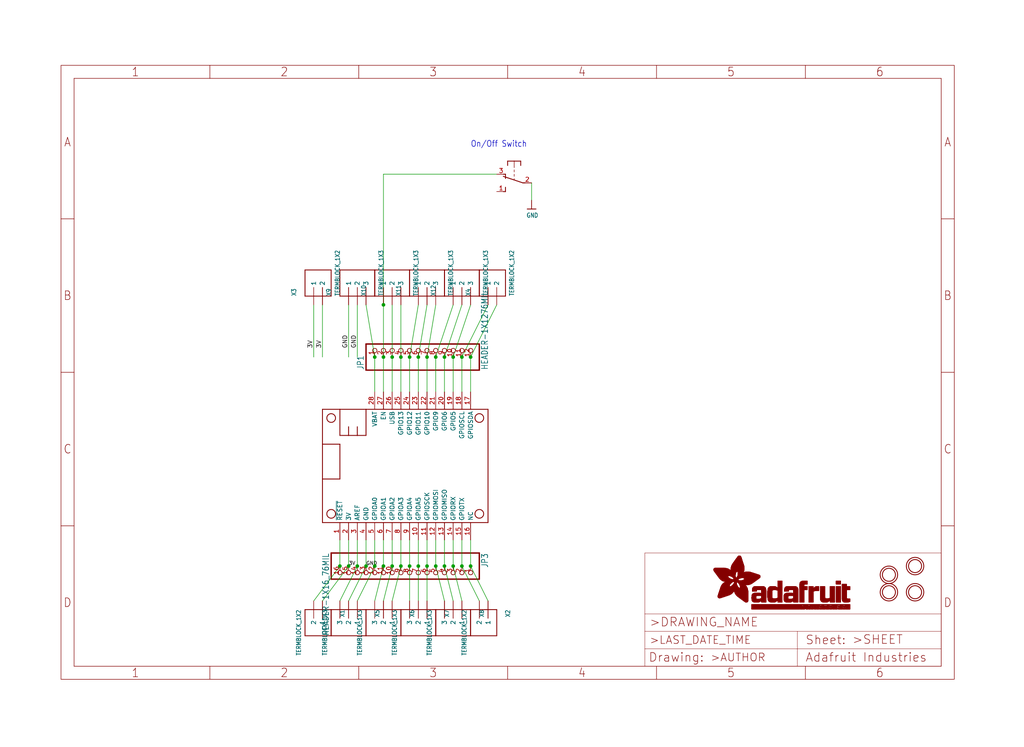
<source format=kicad_sch>
(kicad_sch (version 20211123) (generator eeschema)
  (paper "User" 298.45 217.881)
  (lib_symbols
    (symbol "eagleSchem-eagle-import:FEATHERWING_NODIM"
      (symbol "FEATHERWING_NODIM_1_0"
        (pin input line (at 5.08 -5.08 90) (length 5.08) (name "~{RESET}") (number "1"))
        (pin bidirectional line (at 27.94 -5.08 90) (length 5.08) (name "GPIOA5") (number "10"))
        (pin bidirectional line (at 30.48 -5.08 90) (length 5.08) (name "GPIOSCK") (number "11"))
        (pin bidirectional line (at 33.02 -5.08 90) (length 5.08) (name "GPIOMOSI") (number "12"))
        (pin bidirectional line (at 35.56 -5.08 90) (length 5.08) (name "GPIOMISO") (number "13"))
        (pin bidirectional line (at 38.1 -5.08 90) (length 5.08) (name "GPIORX") (number "14"))
        (pin bidirectional line (at 40.64 -5.08 90) (length 5.08) (name "GPIOTX") (number "15"))
        (pin passive line (at 43.18 -5.08 90) (length 5.08) (name "NC") (number "16"))
        (pin bidirectional line (at 43.18 38.1 270) (length 5.08) (name "GPIOSDA") (number "17"))
        (pin bidirectional line (at 40.64 38.1 270) (length 5.08) (name "GPIOSCL") (number "18"))
        (pin bidirectional line (at 38.1 38.1 270) (length 5.08) (name "GPIO5") (number "19"))
        (pin power_in line (at 7.62 -5.08 90) (length 5.08) (name "3V") (number "2"))
        (pin bidirectional line (at 35.56 38.1 270) (length 5.08) (name "GPIO6") (number "20"))
        (pin bidirectional line (at 33.02 38.1 270) (length 5.08) (name "GPIO9") (number "21"))
        (pin bidirectional line (at 30.48 38.1 270) (length 5.08) (name "GPIO10") (number "22"))
        (pin bidirectional line (at 27.94 38.1 270) (length 5.08) (name "GPIO11") (number "23"))
        (pin bidirectional line (at 25.4 38.1 270) (length 5.08) (name "GPIO12") (number "24"))
        (pin bidirectional line (at 22.86 38.1 270) (length 5.08) (name "GPIO13") (number "25"))
        (pin power_in line (at 20.32 38.1 270) (length 5.08) (name "USB") (number "26"))
        (pin passive line (at 17.78 38.1 270) (length 5.08) (name "EN") (number "27"))
        (pin power_in line (at 15.24 38.1 270) (length 5.08) (name "VBAT") (number "28"))
        (pin passive line (at 10.16 -5.08 90) (length 5.08) (name "AREF") (number "3"))
        (pin power_in line (at 12.7 -5.08 90) (length 5.08) (name "GND") (number "4"))
        (pin bidirectional line (at 15.24 -5.08 90) (length 5.08) (name "GPIOA0") (number "5"))
        (pin bidirectional line (at 17.78 -5.08 90) (length 5.08) (name "GPIOA1") (number "6"))
        (pin bidirectional line (at 20.32 -5.08 90) (length 5.08) (name "GPIOA2") (number "7"))
        (pin bidirectional line (at 22.86 -5.08 90) (length 5.08) (name "GPIOA3") (number "8"))
        (pin bidirectional line (at 25.4 -5.08 90) (length 5.08) (name "GPIOA4") (number "9"))
      )
    )
    (symbol "eagleSchem-eagle-import:FRAME_A4_ADAFRUIT"
      (symbol "FRAME_A4_ADAFRUIT_0_0"
        (text "1" (at 21.6958 1.905 0) (effects (font (size 2.54 2.286))))
        (text "1" (at 21.6958 177.165 0) (effects (font (size 2.54 2.286))))
        (text "2" (at 65.0875 1.905 0) (effects (font (size 2.54 2.286))))
        (text "2" (at 65.0875 177.165 0) (effects (font (size 2.54 2.286))))
        (text "3" (at 108.4792 1.905 0) (effects (font (size 2.54 2.286))))
        (text "3" (at 108.4792 177.165 0) (effects (font (size 2.54 2.286))))
        (text "4" (at 151.8708 1.905 0) (effects (font (size 2.54 2.286))))
        (text "4" (at 151.8708 177.165 0) (effects (font (size 2.54 2.286))))
        (text "5" (at 195.2625 1.905 0) (effects (font (size 2.54 2.286))))
        (text "5" (at 195.2625 177.165 0) (effects (font (size 2.54 2.286))))
        (text "6" (at 238.6542 1.905 0) (effects (font (size 2.54 2.286))))
        (text "6" (at 238.6542 177.165 0) (effects (font (size 2.54 2.286))))
        (text "A" (at 1.905 156.6863 0) (effects (font (size 2.54 2.286))))
        (text "A" (at 258.445 156.6863 0) (effects (font (size 2.54 2.286))))
        (text "B" (at 1.905 111.9188 0) (effects (font (size 2.54 2.286))))
        (text "B" (at 258.445 111.9188 0) (effects (font (size 2.54 2.286))))
        (text "C" (at 1.905 67.1513 0) (effects (font (size 2.54 2.286))))
        (text "C" (at 258.445 67.1513 0) (effects (font (size 2.54 2.286))))
        (text "D" (at 1.905 22.3838 0) (effects (font (size 2.54 2.286))))
        (text "D" (at 258.445 22.3838 0) (effects (font (size 2.54 2.286))))
      )
      (symbol "FRAME_A4_ADAFRUIT_1_0"
        (text ">AUTHOR" (at 189.23 5.08 0) (effects (font (size 2.286 2.286)) (justify left bottom)))
        (text ">DRAWING_NAME" (at 171.45 15.24 0) (effects (font (size 2.54 2.54)) (justify left bottom)))
        (text ">LAST_DATE_TIME" (at 171.45 10.16 0) (effects (font (size 2.286 2.286)) (justify left bottom)))
        (text ">SHEET" (at 230.505 10.16 0) (effects (font (size 2.54 2.54)) (justify left bottom)))
        (text "Adafruit Industries" (at 216.916 4.953 0) (effects (font (size 2.54 2.54)) (justify left bottom)))
        (text "Drawing:" (at 171.196 4.953 0) (effects (font (size 2.54 2.54)) (justify left bottom)))
        (text "Sheet:" (at 216.916 10.033 0) (effects (font (size 2.54 2.54)) (justify left bottom)))
      )
    )
    (symbol "eagleSchem-eagle-import:GND" (power)
      (property "Value" "GND" (at -1.524 -2.54 0))
      (symbol "GND_1_0"
        (pin power_in line (at 0 2.54 270) (length 2.54) (name "GND") (number "1"))
      )
    )
    (symbol "eagleSchem-eagle-import:HEADER-1X1276MIL"
      (property "Reference" "JP" (at -6.35 18.415 0))
      (property "Value" "HEADER-1X1276MIL" (at -6.35 -17.78 0))
      (symbol "HEADER-1X1276MIL_1_0"
        (pin passive inverted (at -2.54 15.24 0) (length 2.54) (name "1") (number "1"))
        (pin passive inverted (at -2.54 -7.62 0) (length 2.54) (name "10") (number "10"))
        (pin passive inverted (at -2.54 -10.16 0) (length 2.54) (name "11") (number "11"))
        (pin passive inverted (at -2.54 -12.7 0) (length 2.54) (name "12") (number "12"))
        (pin passive inverted (at -2.54 12.7 0) (length 2.54) (name "2") (number "2"))
        (pin passive inverted (at -2.54 10.16 0) (length 2.54) (name "3") (number "3"))
        (pin passive inverted (at -2.54 7.62 0) (length 2.54) (name "4") (number "4"))
        (pin passive inverted (at -2.54 5.08 0) (length 2.54) (name "5") (number "5"))
        (pin passive inverted (at -2.54 2.54 0) (length 2.54) (name "6") (number "6"))
        (pin passive inverted (at -2.54 0 0) (length 2.54) (name "7") (number "7"))
        (pin passive inverted (at -2.54 -2.54 0) (length 2.54) (name "8") (number "8"))
        (pin passive inverted (at -2.54 -5.08 0) (length 2.54) (name "9") (number "9"))
      )
    )
    (symbol "eagleSchem-eagle-import:HEADER-1X16_76MIL"
      (property "Reference" "JP" (at -6.35 20.955 0))
      (property "Value" "HEADER-1X16_76MIL" (at -6.35 -25.4 0))
      (symbol "HEADER-1X16_76MIL_1_0"
        (pin passive inverted (at -2.54 17.78 0) (length 2.54) (name "1") (number "1"))
        (pin passive inverted (at -2.54 -5.08 0) (length 2.54) (name "10") (number "10"))
        (pin passive inverted (at -2.54 -7.62 0) (length 2.54) (name "11") (number "11"))
        (pin passive inverted (at -2.54 -10.16 0) (length 2.54) (name "12") (number "12"))
        (pin passive inverted (at -2.54 -12.7 0) (length 2.54) (name "13") (number "13"))
        (pin passive inverted (at -2.54 -15.24 0) (length 2.54) (name "14") (number "14"))
        (pin passive inverted (at -2.54 -17.78 0) (length 2.54) (name "15") (number "15"))
        (pin passive inverted (at -2.54 -20.32 0) (length 2.54) (name "16") (number "16"))
        (pin passive inverted (at -2.54 15.24 0) (length 2.54) (name "2") (number "2"))
        (pin passive inverted (at -2.54 12.7 0) (length 2.54) (name "3") (number "3"))
        (pin passive inverted (at -2.54 10.16 0) (length 2.54) (name "4") (number "4"))
        (pin passive inverted (at -2.54 7.62 0) (length 2.54) (name "5") (number "5"))
        (pin passive inverted (at -2.54 5.08 0) (length 2.54) (name "6") (number "6"))
        (pin passive inverted (at -2.54 2.54 0) (length 2.54) (name "7") (number "7"))
        (pin passive inverted (at -2.54 0 0) (length 2.54) (name "8") (number "8"))
        (pin passive inverted (at -2.54 -2.54 0) (length 2.54) (name "9") (number "9"))
      )
    )
    (symbol "eagleSchem-eagle-import:MOUNTINGHOLE3.0THIN")
    (symbol "eagleSchem-eagle-import:OS102011MA1Q"
      (symbol "OS102011MA1Q_1_0"
        (pin passive line (at 2.54 5.08 270) (length 2.54) (name "S") (number "1"))
        (pin passive line (at 0 -5.08 90) (length 2.54) (name "P") (number "2"))
        (pin passive line (at -2.54 5.08 270) (length 2.54) (name "O") (number "3"))
      )
      (symbol "OS102011MA1Q_2_0"
        (pin passive line (at 0 0 0) (length 5.08) (name "MT") (number "MT1"))
      )
      (symbol "OS102011MA1Q_3_0"
        (pin passive line (at 0 0 0) (length 5.08) (name "MT") (number "MT2"))
      )
    )
    (symbol "eagleSchem-eagle-import:TERMBLOCK_1X2"
      (property "Reference" "X" (at -2.54 7.62 0))
      (property "Value" "TERMBLOCK_1X2" (at -2.54 -5.08 0))
      (symbol "TERMBLOCK_1X2_1_0"
        (pin passive line (at -5.08 2.54 0) (length 5.08) (name "1") (number "1"))
        (pin passive line (at -5.08 0 0) (length 5.08) (name "2") (number "2"))
      )
    )
    (symbol "eagleSchem-eagle-import:TERMBLOCK_1X3"
      (property "Reference" "X" (at -2.54 7.62 0))
      (property "Value" "TERMBLOCK_1X3" (at -2.54 -7.62 0))
      (symbol "TERMBLOCK_1X3_1_0"
        (pin passive line (at -5.08 2.54 0) (length 5.08) (name "1") (number "1"))
        (pin passive line (at -5.08 0 0) (length 5.08) (name "2") (number "2"))
        (pin passive line (at -5.08 -2.54 0) (length 5.08) (name "3") (number "3"))
      )
    )
  )
  (junction (at 109.22 165.1))
  (junction (at 116.84 165.1))
  (junction (at 119.38 104.14))
  (junction (at 99.06 165.1))
  (junction (at 111.76 165.1))
  (junction (at 109.22 104.14))
  (junction (at 137.16 104.14))
  (junction (at 111.76 88.9))
  (junction (at 129.54 165.1))
  (junction (at 106.68 165.1))
  (junction (at 134.62 104.14))
  (junction (at 132.08 104.14))
  (junction (at 121.92 104.14))
  (junction (at 111.76 104.14))
  (junction (at 124.46 104.14))
  (junction (at 121.92 165.1))
  (junction (at 127 165.1))
  (junction (at 137.16 165.1))
  (junction (at 134.62 165.1))
  (junction (at 129.54 104.14))
  (junction (at 101.6 165.1))
  (junction (at 114.3 104.14))
  (junction (at 119.38 165.1))
  (junction (at 116.84 104.14))
  (junction (at 132.08 165.1))
  (junction (at 127 104.14))
  (junction (at 104.14 165.1))
  (junction (at 114.3 165.1))
  (junction (at 124.46 165.1))
  (wire (pts (xy 132.08 104.14) (xy 132.08 114.3)))
  (wire (pts (xy 106.68 165.1) (xy 106.68 157.48)))
  (wire (pts (xy 124.46 88.9) (xy 121.92 104.14)))
  (wire (pts (xy 101.6 175.26) (xy 106.68 165.1)))
  (wire (pts (xy 124.46 104.14) (xy 127 88.9)))
  (wire (pts (xy 111.76 104.14) (xy 111.76 88.9)))
  (wire (pts (xy 114.3 104.14) (xy 114.3 114.3)))
  (wire (pts (xy 119.38 104.14) (xy 121.92 88.9)))
  (wire (pts (xy 124.46 104.14) (xy 124.46 114.3)))
  (wire (pts (xy 129.54 165.1) (xy 129.54 157.48)))
  (wire (pts (xy 129.54 104.14) (xy 134.62 88.9)))
  (wire (pts (xy 134.62 175.26) (xy 132.08 165.1)))
  (wire (pts (xy 132.08 175.26) (xy 129.54 165.1)))
  (wire (pts (xy 124.46 165.1) (xy 124.46 157.48)))
  (wire (pts (xy 101.6 165.1) (xy 101.6 157.48)))
  (wire (pts (xy 109.22 104.14) (xy 106.68 88.9)))
  (wire (pts (xy 116.84 165.1) (xy 116.84 157.48)))
  (wire (pts (xy 137.16 104.14) (xy 137.16 114.3)))
  (wire (pts (xy 137.16 165.1) (xy 142.24 175.26)))
  (wire (pts (xy 114.3 104.14) (xy 114.3 88.9)))
  (wire (pts (xy 119.38 175.26) (xy 119.38 165.1)))
  (wire (pts (xy 93.98 88.9) (xy 93.98 104.14)))
  (wire (pts (xy 144.78 50.8) (xy 111.76 50.8)))
  (wire (pts (xy 129.54 104.14) (xy 129.54 114.3)))
  (wire (pts (xy 93.98 175.26) (xy 101.6 165.1)))
  (wire (pts (xy 121.92 175.26) (xy 121.92 165.1)))
  (wire (pts (xy 111.76 165.1) (xy 111.76 157.48)))
  (wire (pts (xy 116.84 104.14) (xy 116.84 114.3)))
  (wire (pts (xy 134.62 165.1) (xy 134.62 157.48)))
  (wire (pts (xy 104.14 175.26) (xy 109.22 165.1)))
  (wire (pts (xy 114.3 165.1) (xy 114.3 157.48)))
  (wire (pts (xy 119.38 165.1) (xy 119.38 157.48)))
  (wire (pts (xy 111.76 104.14) (xy 111.76 114.3)))
  (wire (pts (xy 154.94 53.34) (xy 154.94 58.42)))
  (wire (pts (xy 132.08 88.9) (xy 127 104.14)))
  (wire (pts (xy 101.6 88.9) (xy 101.6 104.14)))
  (wire (pts (xy 111.76 175.26) (xy 114.3 165.1)))
  (wire (pts (xy 134.62 104.14) (xy 142.24 88.9)))
  (wire (pts (xy 134.62 104.14) (xy 134.62 114.3)))
  (wire (pts (xy 104.14 88.9) (xy 104.14 104.14)))
  (wire (pts (xy 121.92 165.1) (xy 121.92 157.48)))
  (wire (pts (xy 109.22 175.26) (xy 111.76 165.1)))
  (wire (pts (xy 137.16 104.14) (xy 144.78 88.9)))
  (wire (pts (xy 129.54 175.26) (xy 127 165.1)))
  (wire (pts (xy 109.22 165.1) (xy 109.22 157.48)))
  (wire (pts (xy 111.76 88.9) (xy 111.76 50.8)))
  (wire (pts (xy 137.16 165.1) (xy 137.16 157.48)))
  (wire (pts (xy 91.44 175.26) (xy 99.06 165.1)))
  (wire (pts (xy 116.84 104.14) (xy 116.84 88.9)))
  (wire (pts (xy 114.3 175.26) (xy 116.84 165.1)))
  (wire (pts (xy 109.22 104.14) (xy 109.22 114.3)))
  (wire (pts (xy 99.06 165.1) (xy 99.06 157.48)))
  (wire (pts (xy 134.62 165.1) (xy 139.7 175.26)))
  (wire (pts (xy 104.14 165.1) (xy 104.14 157.48)))
  (wire (pts (xy 127 104.14) (xy 127 114.3)))
  (wire (pts (xy 99.06 175.26) (xy 104.14 165.1)))
  (wire (pts (xy 132.08 104.14) (xy 137.16 88.9)))
  (wire (pts (xy 132.08 165.1) (xy 132.08 157.48)))
  (wire (pts (xy 121.92 104.14) (xy 121.92 114.3)))
  (wire (pts (xy 119.38 104.14) (xy 119.38 114.3)))
  (wire (pts (xy 124.46 175.26) (xy 124.46 165.1)))
  (wire (pts (xy 91.44 88.9) (xy 91.44 104.14)))
  (wire (pts (xy 127 165.1) (xy 127 157.48)))
  (text "On/Off Switch" (at 137.16 43.18 180) (effects (font (size 1.778 1.5113)) (justify left bottom)))
  (label "GND" (at 104.14 101.6 90) (effects (font (size 1.2446 1.2446))))
  (label "GND" (at 106.68 165.1 0) (effects (font (size 1.016 1.016))))
  (label "3V" (at 93.98 101.6 90) (effects (font (size 1.2446 1.2446))))
  (label "3V" (at 101.6 165.1 0) (effects (font (size 1.016 1.016))))
  (label "3V" (at 91.44 101.6 90) (effects (font (size 1.2446 1.2446))))
  (label "GND" (at 101.6 101.6 90) (effects (font (size 1.2446 1.2446))))
  (symbol (lib_id "eagleSchem-eagle-import:TERMBLOCK_1X3") (at 101.6 180.34 270) (unit 1)
    (property "Reference" "X5" (at 109.22 177.8 0) (effects (font (size 1.27 1.0795)) (justify left bottom)))
    (property "Value" "TERMBLOCK_1X3" (at 93.98 177.8 0) (effects (font (size 1.27 1.0795)) (justify left bottom)))
    (property "Footprint" "eagleSchem:TERMBLOCK_1X3-3.5MM" (effects hide))
  )
  (symbol (lib_id "eagleSchem-eagle-import:TERMBLOCK_1X2") (at 144.78 83.82 90) (unit 1)
    (property "Reference" "X4" (at 137.16 86.36 0) (effects (font (size 1.27 1.0795)) (justify left bottom)))
    (property "Value" "TERMBLOCK_1X2" (at 149.86 86.36 0) (effects (font (size 1.27 1.0795)) (justify left bottom)))
    (property "Footprint" "eagleSchem:TERMBLOCK_1X2-3.5MM" (effects hide))
  )
  (symbol (lib_id "eagleSchem-eagle-import:TERMBLOCK_1X2") (at 139.7 180.34 270) (unit 1)
    (property "Reference" "X2" (at 147.32 177.8 0) (effects (font (size 1.27 1.0795)) (justify left bottom)))
    (property "Value" "TERMBLOCK_1X2" (at 134.62 177.8 0) (effects (font (size 1.27 1.0795)) (justify left bottom)))
    (property "Footprint" "eagleSchem:TERMBLOCK_1X2-3.5MM" (effects hide))
  )
  (symbol (lib_id "eagleSchem-eagle-import:OS102011MA1Q") (at 149.86 53.34 90) (mirror x) (unit 1)
    (property "Reference" "S2" (effects hide))
    (property "Value" "OS102011MA1Q" (effects hide))
    (property "Footprint" "eagleSchem:OS102011MA1Q" (effects hide))
  )
  (symbol (lib_id "eagleSchem-eagle-import:TERMBLOCK_1X3") (at 104.14 83.82 90) (unit 1)
    (property "Reference" "X9" (at 96.52 86.36 0) (effects (font (size 1.27 1.0795)) (justify left bottom)))
    (property "Value" "TERMBLOCK_1X3" (at 111.76 86.36 0) (effects (font (size 1.27 1.0795)) (justify left bottom)))
    (property "Footprint" "eagleSchem:TERMBLOCK_1X3-3.5MM" (effects hide))
  )
  (symbol (lib_id "eagleSchem-eagle-import:MOUNTINGHOLE3.0THIN") (at 259.08 167.64 0) (unit 1)
    (property "Reference" "U$3" (effects hide))
    (property "Value" "MOUNTINGHOLE3.0THIN" (effects hide))
    (property "Footprint" "eagleSchem:MOUNTINGHOLE_3.0_PLATEDTHIN" (effects hide))
  )
  (symbol (lib_id "eagleSchem-eagle-import:TERMBLOCK_1X2") (at 91.44 180.34 270) (unit 1)
    (property "Reference" "X1" (at 99.06 177.8 0) (effects (font (size 1.27 1.0795)) (justify left bottom)))
    (property "Value" "TERMBLOCK_1X2" (at 86.36 177.8 0) (effects (font (size 1.27 1.0795)) (justify left bottom)))
    (property "Footprint" "eagleSchem:TERMBLOCK_1X2-3.5MM" (effects hide))
  )
  (symbol (lib_id "eagleSchem-eagle-import:FEATHERWING_NODIM") (at 93.98 152.4 0) (unit 1)
    (property "Reference" "MS1" (effects hide))
    (property "Value" "FEATHERWING_NODIM" (effects hide))
    (property "Footprint" "eagleSchem:FEATHERWING_DIM" (effects hide))
  )
  (symbol (lib_id "eagleSchem-eagle-import:FRAME_A4_ADAFRUIT") (at 17.78 198.12 0) (unit 1)
    (property "Reference" "#U$1" (effects hide))
    (property "Value" "FRAME_A4_ADAFRUIT" (effects hide))
    (property "Footprint" "eagleSchem:" (effects hide))
  )
  (symbol (lib_id "eagleSchem-eagle-import:MOUNTINGHOLE3.0THIN") (at 259.08 172.72 0) (unit 1)
    (property "Reference" "U$2" (effects hide))
    (property "Value" "MOUNTINGHOLE3.0THIN" (effects hide))
    (property "Footprint" "eagleSchem:MOUNTINGHOLE_3.0_PLATEDTHIN" (effects hide))
  )
  (symbol (lib_id "eagleSchem-eagle-import:HEADER-1X1276MIL") (at 124.46 101.6 90) (unit 1)
    (property "Reference" "JP1" (at 106.045 107.95 0) (effects (font (size 1.778 1.5113)) (justify left bottom)))
    (property "Value" "HEADER-1X1276MIL" (at 142.24 107.95 0) (effects (font (size 1.778 1.5113)) (justify left bottom)))
    (property "Footprint" "eagleSchem:1X12_ROUND_76MIL" (effects hide))
  )
  (symbol (lib_id "eagleSchem-eagle-import:TERMBLOCK_1X2") (at 93.98 83.82 90) (unit 1)
    (property "Reference" "X3" (at 86.36 86.36 0) (effects (font (size 1.27 1.0795)) (justify left bottom)))
    (property "Value" "TERMBLOCK_1X2" (at 99.06 86.36 0) (effects (font (size 1.27 1.0795)) (justify left bottom)))
    (property "Footprint" "eagleSchem:TERMBLOCK_1X2-3.5MM" (effects hide))
  )
  (symbol (lib_id "eagleSchem-eagle-import:MOUNTINGHOLE3.0THIN") (at 266.7 165.1 0) (unit 1)
    (property "Reference" "U$4" (effects hide))
    (property "Value" "MOUNTINGHOLE3.0THIN" (effects hide))
    (property "Footprint" "eagleSchem:MOUNTINGHOLE_3.0_PLATEDTHIN" (effects hide))
  )
  (symbol (lib_id "eagleSchem-eagle-import:TERMBLOCK_1X3") (at 134.62 83.82 90) (unit 1)
    (property "Reference" "X12" (at 127 86.36 0) (effects (font (size 1.27 1.0795)) (justify left bottom)))
    (property "Value" "TERMBLOCK_1X3" (at 142.24 86.36 0) (effects (font (size 1.27 1.0795)) (justify left bottom)))
    (property "Footprint" "eagleSchem:TERMBLOCK_1X3-3.5MM" (effects hide))
  )
  (symbol (lib_id "eagleSchem-eagle-import:HEADER-1X16_76MIL") (at 119.38 167.64 270) (unit 1)
    (property "Reference" "JP3" (at 140.335 161.29 0) (effects (font (size 1.778 1.5113)) (justify left bottom)))
    (property "Value" "HEADER-1X16_76MIL" (at 93.98 161.29 0) (effects (font (size 1.778 1.5113)) (justify left bottom)))
    (property "Footprint" "eagleSchem:1X16_ROUND_76MIL" (effects hide))
  )
  (symbol (lib_id "eagleSchem-eagle-import:TERMBLOCK_1X3") (at 132.08 180.34 270) (unit 1)
    (property "Reference" "X8" (at 139.7 177.8 0) (effects (font (size 1.27 1.0795)) (justify left bottom)))
    (property "Value" "TERMBLOCK_1X3" (at 124.46 177.8 0) (effects (font (size 1.27 1.0795)) (justify left bottom)))
    (property "Footprint" "eagleSchem:TERMBLOCK_1X3-3.5MM" (effects hide))
  )
  (symbol (lib_id "eagleSchem-eagle-import:TERMBLOCK_1X3") (at 114.3 83.82 90) (unit 1)
    (property "Reference" "X10" (at 106.68 86.36 0) (effects (font (size 1.27 1.0795)) (justify left bottom)))
    (property "Value" "TERMBLOCK_1X3" (at 121.92 86.36 0) (effects (font (size 1.27 1.0795)) (justify left bottom)))
    (property "Footprint" "eagleSchem:TERMBLOCK_1X3-3.5MM" (effects hide))
  )
  (symbol (lib_id "eagleSchem-eagle-import:GND") (at 154.94 60.96 0) (unit 1)
    (property "Reference" "#U$14" (effects hide))
    (property "Value" "GND" (at 153.416 63.5 0) (effects (font (size 1.27 1.0795)) (justify left bottom)))
    (property "Footprint" "eagleSchem:" (effects hide))
  )
  (symbol (lib_id "eagleSchem-eagle-import:TERMBLOCK_1X3") (at 111.76 180.34 270) (unit 1)
    (property "Reference" "X6" (at 119.38 177.8 0) (effects (font (size 1.27 1.0795)) (justify left bottom)))
    (property "Value" "TERMBLOCK_1X3" (at 104.14 177.8 0) (effects (font (size 1.27 1.0795)) (justify left bottom)))
    (property "Footprint" "eagleSchem:TERMBLOCK_1X3-3.5MM" (effects hide))
  )
  (symbol (lib_id "eagleSchem-eagle-import:TERMBLOCK_1X3") (at 121.92 180.34 270) (unit 1)
    (property "Reference" "X7" (at 129.54 177.8 0) (effects (font (size 1.27 1.0795)) (justify left bottom)))
    (property "Value" "TERMBLOCK_1X3" (at 114.3 177.8 0) (effects (font (size 1.27 1.0795)) (justify left bottom)))
    (property "Footprint" "eagleSchem:TERMBLOCK_1X3-3.5MM" (effects hide))
  )
  (symbol (lib_id "eagleSchem-eagle-import:TERMBLOCK_1X3") (at 124.46 83.82 90) (unit 1)
    (property "Reference" "X11" (at 116.84 86.36 0) (effects (font (size 1.27 1.0795)) (justify left bottom)))
    (property "Value" "TERMBLOCK_1X3" (at 132.08 86.36 0) (effects (font (size 1.27 1.0795)) (justify left bottom)))
    (property "Footprint" "eagleSchem:TERMBLOCK_1X3-3.5MM" (effects hide))
  )
  (symbol (lib_id "eagleSchem-eagle-import:MOUNTINGHOLE3.0THIN") (at 266.7 172.72 0) (unit 1)
    (property "Reference" "U$5" (effects hide))
    (property "Value" "MOUNTINGHOLE3.0THIN" (effects hide))
    (property "Footprint" "eagleSchem:MOUNTINGHOLE_3.0_PLATEDTHIN" (effects hide))
  )
)
</source>
